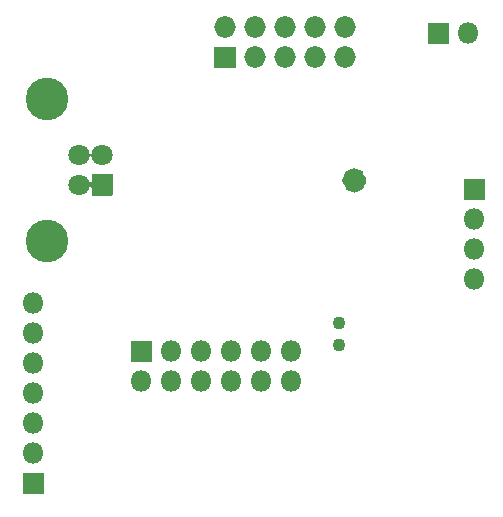
<source format=gbr>
%TF.GenerationSoftware,KiCad,Pcbnew,5.1.12*%
%TF.CreationDate,2021-12-06T16:47:01+08:00*%
%TF.ProjectId,elf2,656c6632-2e6b-4696-9361-645f70636258,rev?*%
%TF.SameCoordinates,Original*%
%TF.FileFunction,Soldermask,Bot*%
%TF.FilePolarity,Negative*%
%FSLAX46Y46*%
G04 Gerber Fmt 4.6, Leading zero omitted, Abs format (unit mm)*
G04 Created by KiCad (PCBNEW 5.1.12) date 2021-12-06 16:47:01*
%MOMM*%
%LPD*%
G01*
G04 APERTURE LIST*
%ADD10C,1.000000*%
%ADD11O,1.802000X1.802000*%
%ADD12C,1.102000*%
%ADD13O,1.829200X1.829200*%
%ADD14C,1.802000*%
%ADD15C,3.602000*%
%ADD16C,0.350000*%
G04 APERTURE END LIST*
D10*
X132349634Y-62484000D02*
G75*
G03*
X132349634Y-62484000I-523634J0D01*
G01*
X132349634Y-62484000D02*
G75*
G03*
X132349634Y-62484000I-523634J0D01*
G01*
%TO.C,J7*%
G36*
G01*
X141085000Y-64096000D02*
X141085000Y-62396000D01*
G75*
G02*
X141136000Y-62345000I51000J0D01*
G01*
X142836000Y-62345000D01*
G75*
G02*
X142887000Y-62396000I0J-51000D01*
G01*
X142887000Y-64096000D01*
G75*
G02*
X142836000Y-64147000I-51000J0D01*
G01*
X141136000Y-64147000D01*
G75*
G02*
X141085000Y-64096000I0J51000D01*
G01*
G37*
D11*
X141986000Y-65786000D03*
X141986000Y-68326000D03*
X141986000Y-70866000D03*
%TD*%
D12*
%TO.C,Y1*%
X130556000Y-74554000D03*
X130556000Y-76454000D03*
%TD*%
D11*
%TO.C,J4*%
X126492000Y-79502000D03*
X126492000Y-76962000D03*
X123952000Y-79502000D03*
X123952000Y-76962000D03*
X121412000Y-79502000D03*
X121412000Y-76962000D03*
X118872000Y-79502000D03*
X118872000Y-76962000D03*
X116332000Y-79502000D03*
X116332000Y-76962000D03*
X113792000Y-79502000D03*
G36*
G01*
X114642000Y-77863000D02*
X112942000Y-77863000D01*
G75*
G02*
X112891000Y-77812000I0J51000D01*
G01*
X112891000Y-76112000D01*
G75*
G02*
X112942000Y-76061000I51000J0D01*
G01*
X114642000Y-76061000D01*
G75*
G02*
X114693000Y-76112000I0J-51000D01*
G01*
X114693000Y-77812000D01*
G75*
G02*
X114642000Y-77863000I-51000J0D01*
G01*
G37*
%TD*%
%TO.C,J8*%
G36*
G01*
X105549000Y-87288000D02*
X105549000Y-88988000D01*
G75*
G02*
X105498000Y-89039000I-51000J0D01*
G01*
X103798000Y-89039000D01*
G75*
G02*
X103747000Y-88988000I0J51000D01*
G01*
X103747000Y-87288000D01*
G75*
G02*
X103798000Y-87237000I51000J0D01*
G01*
X105498000Y-87237000D01*
G75*
G02*
X105549000Y-87288000I0J-51000D01*
G01*
G37*
X104648000Y-85598000D03*
X104648000Y-83058000D03*
X104648000Y-80518000D03*
X104648000Y-77978000D03*
X104648000Y-75438000D03*
X104648000Y-72898000D03*
%TD*%
%TO.C,J2*%
G36*
G01*
X121767600Y-52984600D02*
X120040400Y-52984600D01*
G75*
G02*
X119989400Y-52933600I0J51000D01*
G01*
X119989400Y-51206400D01*
G75*
G02*
X120040400Y-51155400I51000J0D01*
G01*
X121767600Y-51155400D01*
G75*
G02*
X121818600Y-51206400I0J-51000D01*
G01*
X121818600Y-52933600D01*
G75*
G02*
X121767600Y-52984600I-51000J0D01*
G01*
G37*
D13*
X120904000Y-49530000D03*
X123444000Y-52070000D03*
X123444000Y-49530000D03*
X125984000Y-52070000D03*
X125984000Y-49530000D03*
X128524000Y-52070000D03*
X128524000Y-49530000D03*
X131064000Y-52070000D03*
X131064000Y-49530000D03*
%TD*%
%TO.C,J3*%
G36*
G01*
X139788000Y-50939000D02*
X138088000Y-50939000D01*
G75*
G02*
X138037000Y-50888000I0J51000D01*
G01*
X138037000Y-49188000D01*
G75*
G02*
X138088000Y-49137000I51000J0D01*
G01*
X139788000Y-49137000D01*
G75*
G02*
X139839000Y-49188000I0J-51000D01*
G01*
X139839000Y-50888000D01*
G75*
G02*
X139788000Y-50939000I-51000J0D01*
G01*
G37*
D11*
X141478000Y-50038000D03*
%TD*%
%TO.C,J1*%
G36*
G01*
X111391000Y-62015000D02*
X111391000Y-63715000D01*
G75*
G02*
X111340000Y-63766000I-51000J0D01*
G01*
X109640000Y-63766000D01*
G75*
G02*
X109589000Y-63715000I0J51000D01*
G01*
X109589000Y-62015000D01*
G75*
G02*
X109640000Y-61964000I51000J0D01*
G01*
X111340000Y-61964000D01*
G75*
G02*
X111391000Y-62015000I0J-51000D01*
G01*
G37*
D14*
X110490000Y-60365000D03*
X108490000Y-60365000D03*
X108490000Y-62865000D03*
D15*
X105780000Y-67635000D03*
X105780000Y-55595000D03*
%TD*%
D16*
G36*
X109590165Y-62546665D02*
G01*
X109591000Y-62548291D01*
X109591000Y-63181709D01*
X109590000Y-63183441D01*
X109588000Y-63183441D01*
X109587010Y-63181905D01*
X109584628Y-63157718D01*
X109577628Y-63134643D01*
X109566263Y-63113379D01*
X109550968Y-63094742D01*
X109532331Y-63079447D01*
X109511067Y-63068082D01*
X109487992Y-63061082D01*
X109464001Y-63058719D01*
X109440010Y-63061082D01*
X109416935Y-63068082D01*
X109395671Y-63079447D01*
X109377034Y-63094742D01*
X109361739Y-63113379D01*
X109353172Y-63129408D01*
X109351473Y-63130464D01*
X109349710Y-63129521D01*
X109349560Y-63127700D01*
X109350279Y-63125964D01*
X109384661Y-62953114D01*
X109384661Y-62776886D01*
X109350279Y-62604036D01*
X109349560Y-62602300D01*
X109349821Y-62600318D01*
X109351669Y-62599552D01*
X109353172Y-62600592D01*
X109361739Y-62616621D01*
X109377035Y-62635258D01*
X109395672Y-62650553D01*
X109416935Y-62661918D01*
X109440010Y-62668918D01*
X109464001Y-62671281D01*
X109487992Y-62668918D01*
X109511067Y-62661918D01*
X109532331Y-62650553D01*
X109550968Y-62635257D01*
X109566263Y-62616620D01*
X109577628Y-62595357D01*
X109584628Y-62572282D01*
X109587010Y-62548095D01*
X109588175Y-62546469D01*
X109590165Y-62546665D01*
G37*
G36*
X109612277Y-60187453D02*
G01*
X109612779Y-60189210D01*
X109595339Y-60276886D01*
X109595339Y-60453114D01*
X109612779Y-60540790D01*
X109612136Y-60542684D01*
X109610174Y-60543074D01*
X109608903Y-60541761D01*
X109603627Y-60524369D01*
X109592262Y-60503105D01*
X109576967Y-60484468D01*
X109558330Y-60469173D01*
X109537066Y-60457808D01*
X109513991Y-60450808D01*
X109490000Y-60448445D01*
X109466009Y-60450808D01*
X109442934Y-60457808D01*
X109421670Y-60469173D01*
X109403033Y-60484468D01*
X109387738Y-60503105D01*
X109376373Y-60524369D01*
X109371097Y-60541761D01*
X109369637Y-60543128D01*
X109367723Y-60542547D01*
X109367221Y-60540790D01*
X109384661Y-60453114D01*
X109384661Y-60276886D01*
X109367221Y-60189210D01*
X109367864Y-60187316D01*
X109369826Y-60186926D01*
X109371097Y-60188239D01*
X109376373Y-60205631D01*
X109387738Y-60226895D01*
X109403033Y-60245532D01*
X109421670Y-60260827D01*
X109442934Y-60272192D01*
X109466009Y-60279192D01*
X109490000Y-60281555D01*
X109513991Y-60279192D01*
X109537066Y-60272192D01*
X109558330Y-60260827D01*
X109576967Y-60245532D01*
X109592262Y-60226895D01*
X109603627Y-60205631D01*
X109608903Y-60188239D01*
X109610363Y-60186872D01*
X109612277Y-60187453D01*
G37*
M02*

</source>
